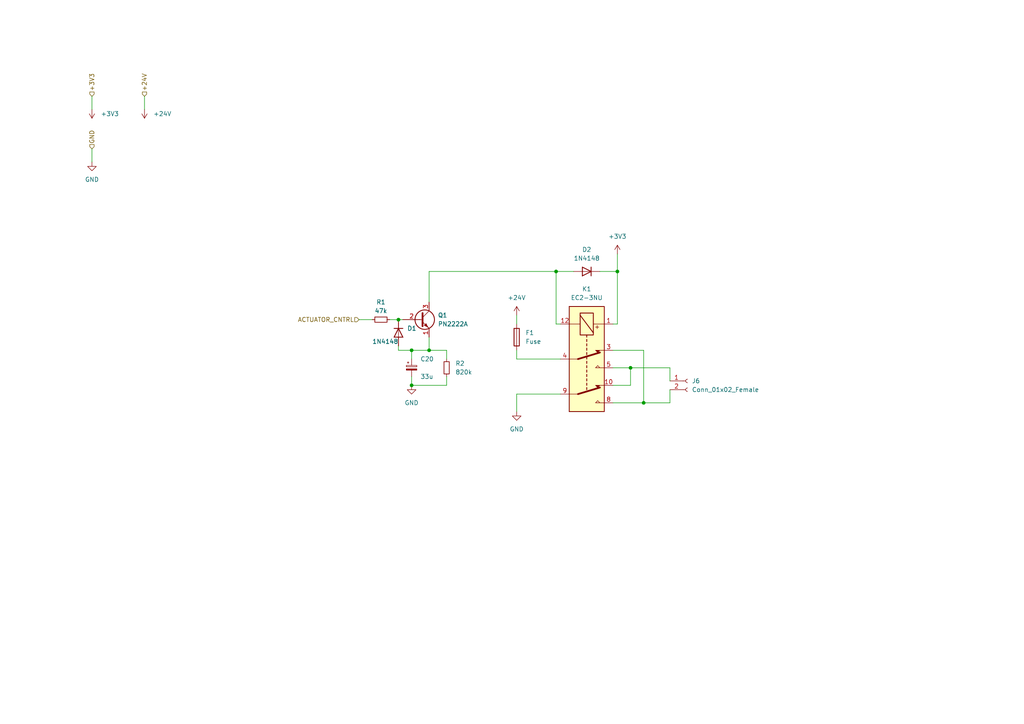
<source format=kicad_sch>
(kicad_sch (version 20211123) (generator eeschema)
  (paper "A4")
  (lib_symbols
    (symbol "Connector:Conn_01x02_Female" (pin_names (offset 1.016) hide)
      (property "Reference" "J" (at 0 2.54 0))
      (property "Value" "Conn_01x02_Female" (at 0 -5.08 0))
      (symbol "Conn_01x02_Female_1_1"
        (arc (start 0 -2.032) (mid -0.508 -2.54) (end 0 -3.048) (stroke (width 0.1524)))
        (polyline (pts (xy -1.27 -2.54) (xy -0.508 -2.54)) (stroke (width 0.1524)))
        (polyline (pts (xy -1.27 0) (xy -0.508 0)) (stroke (width 0.1524)))
        (arc (start 0 0.508) (mid -0.508 0) (end 0 -0.508) (stroke (width 0.1524)))
        (pin passive line (at -5.08 0 0) (length 3.81) (name "Pin_1") (number "1"))
        (pin passive line (at -5.08 -2.54 0) (length 3.81) (name "Pin_2") (number "2"))
      )
    )
    (symbol "Device:C_Polarized_Small" (pin_numbers hide) (pin_names (offset 0.254) hide)
      (property "Reference" "C" (at 0.254 1.778 0))
      (property "Value" "C_Polarized_Small" (at 0.254 -2.032 0))
      (symbol "C_Polarized_Small_0_1"
        (rectangle (start -1.524 -0.3048) (end 1.524 -0.6858) (fill (type outline)))
        (rectangle (start -1.524 0.6858) (end 1.524 0.3048))
        (polyline (pts (xy -1.27 1.524) (xy -0.762 1.524)))
        (polyline (pts (xy -1.016 1.27) (xy -1.016 1.778)))
      )
      (symbol "C_Polarized_Small_1_1"
        (pin passive line (at 0 2.54 270) (length 1.8542) (name "~") (number "1"))
        (pin passive line (at 0 -2.54 90) (length 1.8542) (name "~") (number "2"))
      )
    )
    (symbol "Device:Fuse" (pin_numbers hide) (pin_names (offset 0))
      (property "Reference" "F" (at 2.032 0 90))
      (property "Value" "Fuse" (at -1.905 0 90))
      (symbol "Fuse_0_1"
        (rectangle (start -0.762 -2.54) (end 0.762 2.54) (stroke (width 0.254)))
        (polyline (pts (xy 0 2.54) (xy 0 -2.54)))
      )
      (symbol "Fuse_1_1"
        (pin passive line (at 0 3.81 270) (length 1.27) (name "~") (number "1"))
        (pin passive line (at 0 -3.81 90) (length 1.27) (name "~") (number "2"))
      )
    )
    (symbol "Device:R_Small" (pin_numbers hide) (pin_names (offset 0.254) hide)
      (property "Reference" "R" (at 0.762 0.508 0))
      (property "Value" "R_Small" (at 0.762 -1.016 0))
      (symbol "R_Small_0_1"
        (rectangle (start -0.762 1.778) (end 0.762 -1.778) (stroke (width 0.2032)))
      )
      (symbol "R_Small_1_1"
        (pin passive line (at 0 2.54 270) (length 0.762) (name "~") (number "1"))
        (pin passive line (at 0 -2.54 90) (length 0.762) (name "~") (number "2"))
      )
    )
    (symbol "Diode:1N4148" (pin_numbers hide) (pin_names (offset 1.016) hide)
      (property "Reference" "D" (at 0 2.54 0))
      (property "Value" "1N4148" (at 0 -2.54 0))
      (symbol "1N4148_0_1"
        (polyline (pts (xy -1.27 1.27) (xy -1.27 -1.27)) (stroke (width 0.254)))
        (polyline (pts (xy 1.27 0) (xy -1.27 0)))
        (polyline (pts (xy 1.27 1.27) (xy 1.27 -1.27) (xy -1.27 0) (xy 1.27 1.27)) (stroke (width 0.254)))
      )
      (symbol "1N4148_1_1"
        (pin passive line (at -3.81 0 0) (length 2.54) (name "K") (number "1"))
        (pin passive line (at 3.81 0 180) (length 2.54) (name "A") (number "2"))
      )
    )
    (symbol "Relay:EC2-3NU"
      (property "Reference" "K" (at 15.24 8.89 0))
      (property "Value" "EC2-3NU" (at 19.05 6.35 0))
      (symbol "EC2-3NU_1_1"
        (rectangle (start -15.24 5.08) (end 15.24 -5.08) (stroke (width 0.254)) (fill (type background)))
        (rectangle (start -13.335 1.905) (end -6.985 -1.905) (stroke (width 0.254)))
        (polyline (pts (xy -12.7 -1.905) (xy -7.62 1.905)) (stroke (width 0.254)))
        (polyline (pts (xy -10.16 -5.08) (xy -10.16 -1.905)))
        (polyline (pts (xy -10.16 5.08) (xy -10.16 1.905)))
        (polyline (pts (xy -6.985 0) (xy -6.35 0)) (stroke (width 0.254)))
        (polyline (pts (xy -5.715 0) (xy -5.08 0)) (stroke (width 0.254)))
        (polyline (pts (xy -4.445 0) (xy -3.81 0)) (stroke (width 0.254)))
        (polyline (pts (xy -3.175 0) (xy -2.54 0)) (stroke (width 0.254)))
        (polyline (pts (xy -1.905 0) (xy -1.27 0)) (stroke (width 0.254)))
        (polyline (pts (xy -0.635 0) (xy 0 0)) (stroke (width 0.254)))
        (polyline (pts (xy 0 -2.54) (xy -1.905 3.81)) (stroke (width 0.508)))
        (polyline (pts (xy 0 -2.54) (xy 0 -5.08)))
        (polyline (pts (xy 0.635 0) (xy 1.27 0)) (stroke (width 0.254)))
        (polyline (pts (xy 1.905 0) (xy 2.54 0)) (stroke (width 0.254)))
        (polyline (pts (xy 3.175 0) (xy 3.81 0)) (stroke (width 0.254)))
        (polyline (pts (xy 4.445 0) (xy 5.08 0)) (stroke (width 0.254)))
        (polyline (pts (xy 5.715 0) (xy 6.35 0)) (stroke (width 0.254)))
        (polyline (pts (xy 6.985 0) (xy 7.62 0)) (stroke (width 0.254)))
        (polyline (pts (xy 8.255 0) (xy 8.89 0)) (stroke (width 0.254)))
        (polyline (pts (xy 10.16 -2.54) (xy 8.255 3.81)) (stroke (width 0.508)))
        (polyline (pts (xy 10.16 -2.54) (xy 10.16 -5.08)))
        (polyline (pts (xy -2.54 5.08) (xy -2.54 2.54) (xy -1.905 3.175) (xy -2.54 3.81)) (fill (type outline)))
        (polyline (pts (xy 2.54 5.08) (xy 2.54 2.54) (xy 1.905 3.175) (xy 2.54 3.81)))
        (polyline (pts (xy 7.62 5.08) (xy 7.62 2.54) (xy 8.255 3.175) (xy 7.62 3.81)) (fill (type outline)))
        (polyline (pts (xy 12.7 5.08) (xy 12.7 2.54) (xy 12.065 3.175) (xy 12.7 3.81)))
        (text "+" (at -9.271 2.921 0) (effects (font (size 1.27 1.27))))
        (pin passive line (at -10.16 7.62 270) (length 2.54) (name "~") (number "1"))
        (pin passive line (at 7.62 7.62 270) (length 2.54) (name "~") (number "10"))
        (pin passive line (at -10.16 -7.62 90) (length 2.54) (name "~") (number "12"))
        (pin passive line (at -2.54 7.62 270) (length 2.54) (name "~") (number "3"))
        (pin passive line (at 0 -7.62 90) (length 2.54) (name "~") (number "4"))
        (pin passive line (at 2.54 7.62 270) (length 2.54) (name "~") (number "5"))
        (pin passive line (at 12.7 7.62 270) (length 2.54) (name "~") (number "8"))
        (pin passive line (at 10.16 -7.62 90) (length 2.54) (name "~") (number "9"))
      )
    )
    (symbol "Transistor_BJT:PN2222A" (pin_names (offset 0) hide)
      (property "Reference" "Q" (at 5.08 1.905 0))
      (property "Value" "PN2222A" (at 5.08 0 0))
      (symbol "PN2222A_0_1"
        (polyline (pts (xy 0 0) (xy 0.635 0)))
        (polyline (pts (xy 2.54 -2.54) (xy 0.635 -0.635)))
        (polyline (pts (xy 2.54 2.54) (xy 0.635 0.635)))
        (polyline (pts (xy 0.635 1.905) (xy 0.635 -1.905) (xy 0.635 -1.905)) (stroke (width 0.508)))
        (polyline (pts (xy 2.413 -2.413) (xy 1.905 -1.905) (xy 1.905 -1.905)))
        (polyline (pts (xy 1.143 -1.651) (xy 1.651 -1.143) (xy 2.159 -2.159) (xy 1.143 -1.651) (xy 1.143 -1.651)) (fill (type outline)))
        (circle (center 1.27 0) (radius 2.8194) (stroke (width 0.254)))
      )
      (symbol "PN2222A_1_1"
        (pin passive line (at 2.54 -5.08 90) (length 2.54) (name "E") (number "1"))
        (pin input line (at -5.08 0 0) (length 5.08) (name "B") (number "2"))
        (pin passive line (at 2.54 5.08 270) (length 2.54) (name "C") (number "3"))
      )
    )
    (symbol "power:+24V" (power) (pin_names (offset 0))
      (property "Value" "+24V" (at 0 3.556 0))
      (symbol "+24V_0_1"
        (polyline (pts (xy -0.762 1.27) (xy 0 2.54)))
        (polyline (pts (xy 0 0) (xy 0 2.54)))
        (polyline (pts (xy 0 2.54) (xy 0.762 1.27)))
      )
      (symbol "+24V_1_1"
        (pin power_in line (at 0 0 90) (length 0) hide (name "+24V") (number "1"))
      )
    )
    (symbol "power:+3V3" (power) (pin_names (offset 0))
      (property "Value" "+3V3" (at 0 3.556 0))
      (symbol "+3V3_0_1"
        (polyline (pts (xy -0.762 1.27) (xy 0 2.54)))
        (polyline (pts (xy 0 0) (xy 0 2.54)))
        (polyline (pts (xy 0 2.54) (xy 0.762 1.27)))
      )
      (symbol "+3V3_1_1"
        (pin power_in line (at 0 0 90) (length 0) hide (name "+3V3") (number "1"))
      )
    )
    (symbol "power:GND" (power) (pin_names (offset 0))
      (property "Value" "GND" (at 0 -3.81 0))
      (symbol "GND_0_1"
        (polyline (pts (xy 0 0) (xy 0 -1.27) (xy 1.27 -1.27) (xy 0 -2.54) (xy -1.27 -1.27) (xy 0 -1.27)))
      )
      (symbol "GND_1_1"
        (pin power_in line (at 0 0 270) (length 0) hide (name "GND") (number "1"))
      )
    )
  )
  (junction (at 119.38 111.76))
  (junction (at 119.38 101.6))
  (junction (at 182.88 106.68))
  (junction (at 161.29 78.74))
  (junction (at 186.69 116.84))
  (junction (at 124.46 101.6))
  (junction (at 179.07 78.74))
  (junction (at 115.57 92.71))
  (wire (pts (xy 177.8 111.76) (xy 182.88 111.76)))
  (wire (pts (xy 115.57 100.33) (xy 115.57 101.6)))
  (wire (pts (xy 194.31 113.03) (xy 194.31 116.84)))
  (wire (pts (xy 26.67 43.18) (xy 26.67 46.99)))
  (wire (pts (xy 119.38 109.22) (xy 119.38 111.76)))
  (wire (pts (xy 41.91 27.94) (xy 41.91 31.75)))
  (wire (pts (xy 104.14 92.71) (xy 107.95 92.71)))
  (wire (pts (xy 124.46 87.63) (xy 124.46 78.74)))
  (wire (pts (xy 119.38 101.6) (xy 124.46 101.6)))
  (wire (pts (xy 129.54 111.76) (xy 119.38 111.76)))
  (wire (pts (xy 149.86 101.6) (xy 149.86 104.14)))
  (wire (pts (xy 161.29 93.98) (xy 161.29 78.74)))
  (wire (pts (xy 113.03 92.71) (xy 115.57 92.71)))
  (wire (pts (xy 149.86 114.3) (xy 149.86 119.38)))
  (wire (pts (xy 179.07 78.74) (xy 179.07 93.98)))
  (wire (pts (xy 162.56 93.98) (xy 161.29 93.98)))
  (wire (pts (xy 115.57 101.6) (xy 119.38 101.6)))
  (wire (pts (xy 173.99 78.74) (xy 179.07 78.74)))
  (wire (pts (xy 177.8 101.6) (xy 186.69 101.6)))
  (wire (pts (xy 182.88 106.68) (xy 194.31 106.68)))
  (wire (pts (xy 149.86 91.44) (xy 149.86 93.98)))
  (wire (pts (xy 162.56 114.3) (xy 149.86 114.3)))
  (wire (pts (xy 194.31 106.68) (xy 194.31 110.49)))
  (wire (pts (xy 115.57 92.71) (xy 116.84 92.71)))
  (wire (pts (xy 124.46 101.6) (xy 129.54 101.6)))
  (wire (pts (xy 149.86 104.14) (xy 162.56 104.14)))
  (wire (pts (xy 129.54 109.22) (xy 129.54 111.76)))
  (wire (pts (xy 179.07 93.98) (xy 177.8 93.98)))
  (wire (pts (xy 129.54 101.6) (xy 129.54 104.14)))
  (wire (pts (xy 186.69 116.84) (xy 194.31 116.84)))
  (wire (pts (xy 119.38 101.6) (xy 119.38 104.14)))
  (wire (pts (xy 186.69 101.6) (xy 186.69 116.84)))
  (wire (pts (xy 179.07 73.66) (xy 179.07 78.74)))
  (wire (pts (xy 186.69 116.84) (xy 177.8 116.84)))
  (wire (pts (xy 182.88 111.76) (xy 182.88 106.68)))
  (wire (pts (xy 161.29 78.74) (xy 166.37 78.74)))
  (wire (pts (xy 26.67 27.94) (xy 26.67 31.75)))
  (wire (pts (xy 177.8 106.68) (xy 182.88 106.68)))
  (wire (pts (xy 124.46 78.74) (xy 161.29 78.74)))
  (wire (pts (xy 124.46 101.6) (xy 124.46 97.79)))
  (hierarchical_label "GND" (shape input) (at 26.67 43.18 90))
  (hierarchical_label "+3V3" (shape input) (at 26.67 27.94 90))
  (hierarchical_label "ACTUATOR_CNTRL" (shape input) (at 104.14 92.71 180))
  (hierarchical_label "+24V" (shape input) (at 41.91 27.94 90))
  (symbol (lib_id "power:+24V") (at 41.91 31.75 180) (unit 1)
    (property "Reference" "#PWR0141" (effects hide))
    (property "Value" "+24V" (at 44.45 33.0199 0) (effects (justify right)))
  )
  (symbol (lib_id "Device:Fuse") (at 149.86 97.79 0) (unit 1)
    (property "Reference" "F1" (at 152.4 96.5199 0) (effects (justify left)))
    (property "Value" "Fuse" (at 152.4 99.0599 0) (effects (justify left)))
    (property "Footprint" "Fuse:Fuse_Bourns_MF-RG300" (effects hide))
  )
  (symbol (lib_id "Connector:Conn_01x02_Female") (at 199.39 110.49 0) (unit 1)
    (property "Reference" "J6" (at 200.66 110.4899 0) (effects (justify left)))
    (property "Value" "Conn_01x02_Female" (at 200.66 113.0299 0) (effects (justify left)))
    (property "Footprint" "Connector_PinHeader_2.54mm:PinHeader_1x02_P2.54mm_Vertical" (effects hide))
  )
  (symbol (lib_id "Device:C_Polarized_Small") (at 119.38 106.68 0) (unit 1)
    (property "Reference" "C20" (at 121.92 104.14 0) (effects (justify left)))
    (property "Value" "33u" (at 121.92 109.22 0) (effects (justify left)))
    (property "Footprint" "Resistor_SMD:R_0805_2012Metric" (effects hide))
  )
  (symbol (lib_id "Device:R_Small") (at 110.49 92.71 90) (unit 1)
    (property "Reference" "R1" (at 110.49 87.63 90))
    (property "Value" "47k" (at 110.49 90.17 90))
    (property "Footprint" "Resistor_SMD:R_0805_2012Metric" (effects hide))
  )
  (symbol (lib_id "Diode:1N4148") (at 170.18 78.74 180) (unit 1)
    (property "Reference" "D2" (at 170.18 72.39 0))
    (property "Value" "1N4148" (at 170.18 74.93 0))
    (property "Footprint" "Diode_SMD:D_1206_3216Metric" (effects hide))
    (property "Datasheet" "https://assets.nexperia.com/documents/data-sheet/1N4148_1N4448.pdf" (effects hide))
  )
  (symbol (lib_id "power:GND") (at 26.67 46.99 0) (unit 1)
    (property "Reference" "#PWR0140" (effects hide))
    (property "Value" "GND" (at 26.67 52.07 0))
  )
  (symbol (lib_id "power:+3V3") (at 26.67 31.75 180) (unit 1)
    (property "Reference" "#PWR0139" (effects hide))
    (property "Value" "+3V3" (at 29.21 33.0199 0) (effects (justify right)))
  )
  (symbol (lib_id "power:+24V") (at 149.86 91.44 0) (unit 1)
    (property "Reference" "#PWR0137" (effects hide))
    (property "Value" "+24V" (at 149.86 86.36 0))
  )
  (symbol (lib_id "Relay:EC2-3NU") (at 170.18 104.14 270) (unit 1)
    (property "Reference" "K1" (at 170.18 83.82 90))
    (property "Value" "EC2-3NU" (at 170.18 86.36 90))
    (property "Footprint" "Relay_THT:Relay_DPDT_Kemet_EC2" (effects hide))
    (property "Datasheet" "https://content.kemet.com/datasheets/KEM_R7002_EC2_EE2.pdf" (effects hide))
  )
  (symbol (lib_id "power:+3V3") (at 179.07 73.66 0) (unit 1)
    (property "Reference" "#PWR0136" (effects hide))
    (property "Value" "+3V3" (at 179.07 68.58 0))
  )
  (symbol (lib_id "Transistor_BJT:PN2222A") (at 121.92 92.71 0) (unit 1)
    (property "Reference" "Q1" (at 127 91.4399 0) (effects (justify left)))
    (property "Value" "PN2222A" (at 127 93.9799 0) (effects (justify left)))
    (property "Footprint" "Package_TO_SOT_THT:TO-92_Inline" (effects hide))
    (property "Datasheet" "https://www.onsemi.com/pub/Collateral/PN2222-D.PDF" (effects hide))
  )
  (symbol (lib_id "power:GND") (at 149.86 119.38 0) (unit 1)
    (property "Reference" "#PWR0135" (effects hide))
    (property "Value" "GND" (at 149.86 124.46 0))
  )
  (symbol (lib_id "Device:R_Small") (at 129.54 106.68 180) (unit 1)
    (property "Reference" "R2" (at 132.08 105.4099 0) (effects (justify right)))
    (property "Value" "820k" (at 132.08 107.9499 0) (effects (justify right)))
    (property "Footprint" "Resistor_SMD:R_0805_2012Metric" (effects hide))
  )
  (symbol (lib_id "power:GND") (at 119.38 111.76 0) (unit 1)
    (property "Reference" "#PWR0138" (effects hide))
    (property "Value" "GND" (at 119.38 116.84 0))
  )
  (symbol (lib_id "Diode:1N4148") (at 115.57 96.52 270) (unit 1)
    (property "Reference" "D1" (at 118.11 95.2499 90) (effects (justify left)))
    (property "Value" "1N4148" (at 107.95 99.06 90) (effects (justify left)))
    (property "Footprint" "Diode_SMD:D_1206_3216Metric" (effects hide))
    (property "Datasheet" "https://assets.nexperia.com/documents/data-sheet/1N4148_1N4448.pdf" (effects hide))
  )
)
</source>
